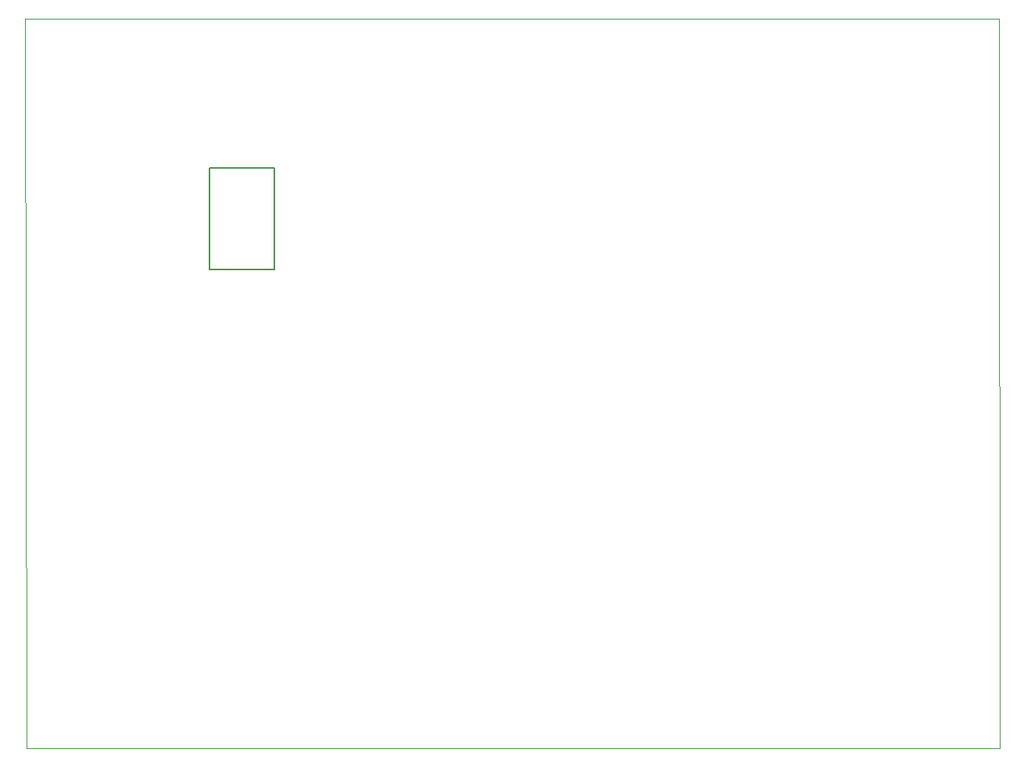
<source format=gbr>
%TF.GenerationSoftware,KiCad,Pcbnew,(5.1.10)-1*%
%TF.CreationDate,2021-08-27T15:11:24+05:30*%
%TF.ProjectId,CZTBoardV3,435a5442-6f61-4726-9456-332e6b696361,rev?*%
%TF.SameCoordinates,Original*%
%TF.FileFunction,Profile,NP*%
%FSLAX46Y46*%
G04 Gerber Fmt 4.6, Leading zero omitted, Abs format (unit mm)*
G04 Created by KiCad (PCBNEW (5.1.10)-1) date 2021-08-27 15:11:24*
%MOMM*%
%LPD*%
G01*
G04 APERTURE LIST*
%TA.AperFunction,Profile*%
%ADD10C,0.100000*%
%TD*%
%TA.AperFunction,Profile*%
%ADD11C,0.050000*%
%TD*%
%TA.AperFunction,Profile*%
%ADD12C,0.127000*%
%TD*%
G04 APERTURE END LIST*
D10*
X108010000Y-71590000D02*
X213540000Y-71630000D01*
X108170000Y-150680000D02*
X108010000Y-71590000D01*
X213590000Y-150690000D02*
X108170000Y-150680000D01*
X213540000Y-71630000D02*
X213590000Y-150690000D01*
D11*
%TO.C,U1*%
X128020000Y-98780000D02*
X128020000Y-98790000D01*
D12*
X128020000Y-87790000D02*
X128020000Y-98780000D01*
X135020000Y-87780000D02*
X135020000Y-98780000D01*
X135020000Y-98780000D02*
X128020000Y-98780000D01*
X135020000Y-87780000D02*
X128020000Y-87780000D01*
%TD*%
M02*

</source>
